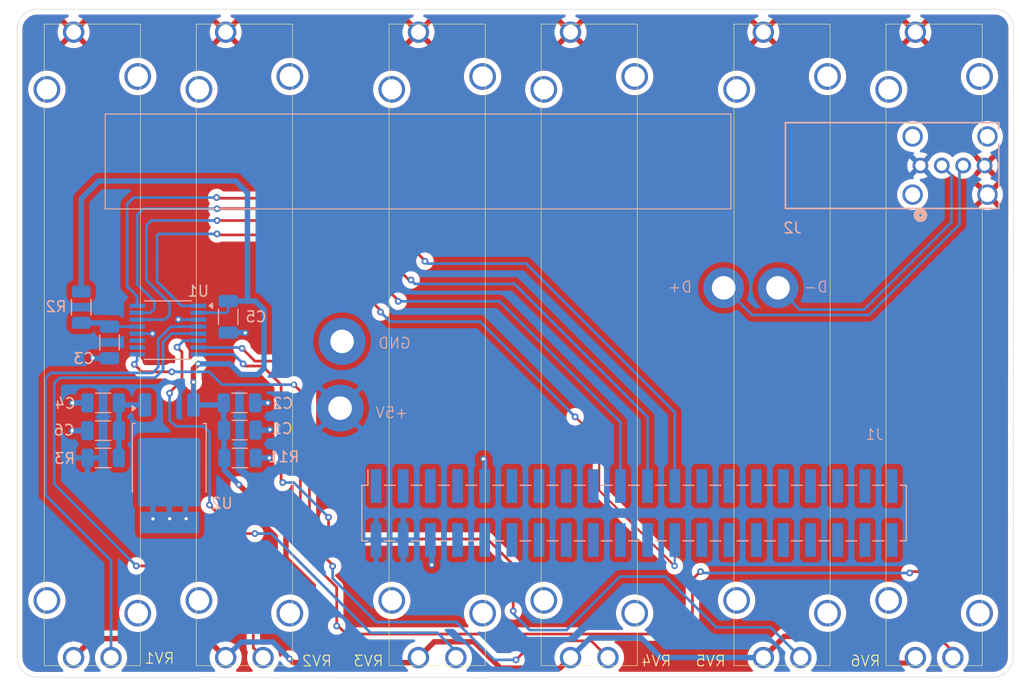
<source format=kicad_pcb>
(kicad_pcb (version 20240108) (generator "pcbnew") (generator_version "8.0")
  (layers (0 "F.Cu" signal) (31 "B.Cu" signal) (34 "B.Paste" user) (35 "F.Paste" user) (36 "B.SilkS" user "B.Silkscreen") (37 "F.SilkS" user "F.Silkscreen") (38 "B.Mask" user) (39 "F.Mask" user) (44 "Edge.Cuts" user))
  (net 0 "")
  (net 7 "GND")
  (net 14 "+5V")
  (net 21 "/nCS")
  (net 26 "/SCLK")
  (net 31 "/DIN")
  (net 36 "/DOUT")
  (net 39 "AVDD")
  (net 40 "DVDD")
  (net 41 "Net-(U2-VI)")
  (net 42 "/AIN1")
  (net 43 "/AIN2")
  (net 44 "/AIN3")
  (net 45 "/AIN4")
  (net 46 "/AIN5")
  (net 47 "/AIN6")
  (net 50 "/D-")
  (net 51 "/D+")
  (footprint "RLS_PCBA:PTA1543-2" (layer "F.Cu") (at 168.656 115.824 90)
    (property "Reference" "RV5" (at -29.5656 -6.6802 -0) (layer "F.SilkS") (effects (font (thickness 0.1)) (justify mirror)))
    (property "Value" "PTA4543-2215CPB103")
    (pad "" thru_hole circle (at -25.1 4.25 90) (size 2.5 2.5) (drill 1.9) (layers "*.Cu" "B.Mask"))
    (pad "" thru_hole circle (at -23.9 -4.25 90) (size 2.5 2.5) (drill 1.9) (layers "*.Cu" "B.Mask"))
    (pad "" thru_hole circle (at 23.9 -4.25 90) (size 2.5 2.5) (drill 1.9) (layers "*.Cu" "B.Mask"))
    (pad "" thru_hole circle (at 25.1 4.25 90) (size 2.5 2.5) (drill 1.9) (layers "*.Cu" "B.Mask"))
    (pad "1" thru_hole circle (at -29.25 -1.75 90) (size 2 2) (drill 1.4) (layers "*.Cu" "B.Mask") (net 39 "AVDD"))
    (pad "2" thru_hole circle (at -29.25 1.75 90) (size 2 2) (drill 1.4) (layers "*.Cu" "B.Mask") (net 46 "/AIN5"))
    (pad "3" thru_hole circle (at 29.25 -1.75 90) (size 2 2) (drill 1.4) (layers "*.Cu" "B.Mask") (net 7 "GND"))
  )
  (footprint "RLS_PCBA:PTA1543-2" (layer "F.Cu") (at 136.398 115.824 90)
    (property "Reference" "RV3" (at -29.5656 -6.4262 -0) (layer "F.SilkS") (effects (font (thickness 0.1)) (justify mirror)))
    (property "Value" "PTA4543-2215CPB103")
    (pad "" thru_hole circle (at -25.1 4.25 90) (size 2.5 2.5) (drill 1.9) (layers "*.Cu" "B.Mask"))
    (pad "" thru_hole circle (at -23.9 -4.25 90) (size 2.5 2.5) (drill 1.9) (layers "*.Cu" "B.Mask"))
    (pad "" thru_hole circle (at 23.9 -4.25 90) (size 2.5 2.5) (drill 1.9) (layers "*.Cu" "B.Mask"))
    (pad "" thru_hole circle (at 25.1 4.25 90) (size 2.5 2.5) (drill 1.9) (layers "*.Cu" "B.Mask"))
    (pad "1" thru_hole circle (at -29.25 -1.75 90) (size 2 2) (drill 1.4) (layers "*.Cu" "B.Mask") (net 39 "AVDD"))
    (pad "2" thru_hole circle (at -29.25 1.75 90) (size 2 2) (drill 1.4) (layers "*.Cu" "B.Mask") (net 44 "/AIN3"))
    (pad "3" thru_hole circle (at 29.25 -1.75 90) (size 2 2) (drill 1.4) (layers "*.Cu" "B.Mask") (net 7 "GND"))
  )
  (footprint "RLS_PCBA:PTA1543-2" (layer "F.Cu") (at 118.364 115.824 90)
    (property "Reference" "RV2" (at -29.5656 6.7818 -0) (layer "F.SilkS") (effects (font (thickness 0.1)) (justify mirror)))
    (property "Value" "PTA4543-2215CPB103")
    (pad "" thru_hole circle (at -25.1 4.25 90) (size 2.5 2.5) (drill 1.9) (layers "*.Cu" "B.Mask"))
    (pad "" thru_hole circle (at -23.9 -4.25 90) (size 2.5 2.5) (drill 1.9) (layers "*.Cu" "B.Mask"))
    (pad "" thru_hole circle (at 23.9 -4.25 90) (size 2.5 2.5) (drill 1.9) (layers "*.Cu" "B.Mask"))
    (pad "" thru_hole circle (at 25.1 4.25 90) (size 2.5 2.5) (drill 1.9) (layers "*.Cu" "B.Mask"))
    (pad "1" thru_hole circle (at -29.25 -1.75 90) (size 2 2) (drill 1.4) (layers "*.Cu" "B.Mask") (net 39 "AVDD"))
    (pad "2" thru_hole circle (at -29.25 1.75 90) (size 2 2) (drill 1.4) (layers "*.Cu" "B.Mask") (net 43 "/AIN2"))
    (pad "3" thru_hole circle (at 29.25 -1.75 90) (size 2 2) (drill 1.4) (layers "*.Cu" "B.Mask") (net 7 "GND"))
  )
  (footprint "RLS_PCBA:PTA1543-2" (layer "F.Cu") (at 150.622 115.824 90)
    (property "Reference" "RV4" (at -29.5656 6.2738 -0) (layer "F.SilkS") (effects (font (thickness 0.1)) (justify mirror)))
    (property "Value" "PTA4543-2215CPB103")
    (pad "" thru_hole circle (at -25.1 4.25 90) (size 2.5 2.5) (drill 1.9) (layers "*.Cu" "B.Mask"))
    (pad "" thru_hole circle (at -23.9 -4.25 90) (size 2.5 2.5) (drill 1.9) (layers "*.Cu" "B.Mask"))
    (pad "" thru_hole circle (at 23.9 -4.25 90) (size 2.5 2.5) (drill 1.9) (layers "*.Cu" "B.Mask"))
    (pad "" thru_hole circle (at 25.1 4.25 90) (size 2.5 2.5) (drill 1.9) (layers "*.Cu" "B.Mask"))
    (pad "1" thru_hole circle (at -29.25 -1.75 90) (size 2 2) (drill 1.4) (layers "*.Cu" "B.Mask") (net 39 "AVDD"))
    (pad "2" thru_hole circle (at -29.25 1.75 90) (size 2 2) (drill 1.4) (layers "*.Cu" "B.Mask") (net 45 "/AIN4"))
    (pad "3" thru_hole circle (at 29.25 -1.75 90) (size 2 2) (drill 1.4) (layers "*.Cu" "B.Mask") (net 7 "GND"))
  )
  (footprint "RLS_PCBA:PTA1543-2" (layer "F.Cu") (at 104.14 115.824 90)
    (property "Reference" "RV1" (at -29.3116 6.2738 -0) (layer "F.SilkS") (effects (font (thickness 0.1)) (justify mirror)))
    (property "Value" "PTA4543-2215CPB103")
    (pad "" thru_hole circle (at -25.1 4.25 90) (size 2.5 2.5) (drill 1.9) (layers "*.Cu" "B.Mask"))
    (pad "" thru_hole circle (at -23.9 -4.25 90) (size 2.5 2.5) (drill 1.9) (layers "*.Cu" "B.Mask"))
    (pad "" thru_hole circle (at 23.9 -4.25 90) (size 2.5 2.5) (drill 1.9) (layers "*.Cu" "B.Mask"))
    (pad "" thru_hole circle (at 25.1 4.25 90) (size 2.5 2.5) (drill 1.9) (layers "*.Cu" "B.Mask"))
    (pad "1" thru_hole circle (at -29.25 -1.75 90) (size 2 2) (drill 1.4) (layers "*.Cu" "B.Mask") (net 39 "AVDD"))
    (pad "2" thru_hole circle (at -29.25 1.75 90) (size 2 2) (drill 1.4) (layers "*.Cu" "B.Mask") (net 42 "/AIN1"))
    (pad "3" thru_hole circle (at 29.25 -1.75 90) (size 2 2) (drill 1.4) (layers "*.Cu" "B.Mask") (net 7 "GND"))
  )
  (footprint "RLS_PCBA:PTA1543-2" (layer "F.Cu") (at 182.88 115.824 90)
    (property "Reference" "RV6" (at -29.5656 -6.4262 -0) (layer "F.SilkS") (effects (font (thickness 0.1)) (justify mirror)))
    (property "Value" "PTA4543-2215CPB103")
    (pad "" thru_hole circle (at -25.1 4.25 90) (size 2.5 2.5) (drill 1.9) (layers "*.Cu" "B.Mask"))
    (pad "" thru_hole circle (at -23.9 -4.25 90) (size 2.5 2.5) (drill 1.9) (layers "*.Cu" "B.Mask"))
    (pad "" thru_hole circle (at 23.9 -4.25 90) (size 2.5 2.5) (drill 1.9) (layers "*.Cu" "B.Mask"))
    (pad "" thru_hole circle (at 25.1 4.25 90) (size 2.5 2.5) (drill 1.9) (layers "*.Cu" "B.Mask"))
    (pad "1" thru_hole circle (at -29.25 -1.75 90) (size 2 2) (drill 1.4) (layers "*.Cu" "B.Mask") (net 39 "AVDD"))
    (pad "2" thru_hole circle (at -29.25 1.75 90) (size 2 2) (drill 1.4) (layers "*.Cu" "B.Mask") (net 47 "/AIN6"))
    (pad "3" thru_hole circle (at 29.25 -1.75 90) (size 2 2) (drill 1.4) (layers "*.Cu" "B.Mask") (net 7 "GND"))
  )
  (footprint "Resistor_SMD:R_1206_3216Metric" (layer "B.Cu") (at 117.95 126.4 180)
    (property "Reference" "R11" (at -4.1 0.1 0) (layer "B.SilkS") (effects (justify mirror)))
    (property "Value" "1k")
    (pad "1" smd roundrect (at -1.4625 0 180) (size 1.125 1.75) (layers "B.Cu" "B.Paste" "B.Mask") (roundrect_rratio 0.222222) (net 7 "GND"))
    (pad "2" smd roundrect (at 1.4625 0 180) (size 1.125 1.75) (layers "B.Cu" "B.Paste" "B.Mask") (roundrect_rratio 0.222222) (net 39 "AVDD"))
  )
  (footprint "MountingHole:MountingHole_2.2mm_M2_DIN965_Pad_TopOnly" (layer "B.Cu") (at 163.195 110.49 180)
    (property "Reference" "H4" (hide yes))
    (property "Value" "MountingHole_Pad")
    (pad "1" thru_hole circle (at 0 0 180) (size 2.6 2.6) (drill 2.2) (layers "*.Cu" "*.Mask") (net 51 "/D+"))
    (pad "1" connect circle (at 0 0 180) (size 3.8 3.8) (layers "B.Cu" "B.Mask") (net 51 "/D+"))
  )
  (footprint "Package_TO_SOT_SMD:TO-252-2" (layer "B.Cu") (at 111.3355 126.484 -90)
    (property "Reference" "U2" (at 4.16 -4.9325 0) (layer "B.SilkS") (effects (justify mirror)))
    (property "Value" "LP2950-3.3_TO252")
    (pad "1" smd roundrect (at -5.04 2.28 270) (size 2.2 1.2) (layers "B.Cu" "B.Paste" "B.Mask") (roundrect_rratio 0.208333) (net 41 "Net-(U2-VI)"))
    (pad "2" smd roundrect (at -0.415 -1.525 270) (size 3.05 2.75) (layers "B.Cu" "B.Paste") (roundrect_rratio 0.090909) (net 7 "GND"))
    (pad "2" smd roundrect (at -0.415 1.525 270) (size 3.05 2.75) (layers "B.Cu" "B.Paste") (roundrect_rratio 0.090909) (net 7 "GND"))
    (pad "2" smd roundrect (at 1.26 0 270) (size 6.4 5.8) (layers "B.Cu" "B.Mask") (roundrect_rratio 0.043103) (net 7 "GND"))
    (pad "2" smd roundrect (at 2.935 -1.525 270) (size 3.05 2.75) (layers "B.Cu" "B.Paste") (roundrect_rratio 0.090909) (net 7 "GND"))
    (pad "2" smd roundrect (at 2.935 1.525 270) (size 3.05 2.75) (layers "B.Cu" "B.Paste") (roundrect_rratio 0.090909) (net 7 "GND"))
    (pad "3" smd roundrect (at -5.04 -2.28 270) (size 2.2 1.2) (layers "B.Cu" "B.Paste" "B.Mask") (roundrect_rratio 0.208333) (net 39 "AVDD"))
  )
  (footprint "Capacitor_SMD:C_1206_3216Metric" (layer "B.Cu") (at 105.15 121.25 180)
    (property "Reference" "C4" (at 3.55 -0.05 0) (layer "B.SilkS") (effects (justify mirror)))
    (property "Value" "100nF")
    (pad "1" smd roundrect (at -1.475 0 180) (size 1.15 1.8) (layers "B.Cu" "B.Paste" "B.Mask") (roundrect_rratio 0.217391) (net 41 "Net-(U2-VI)"))
    (pad "2" smd roundrect (at 1.475 0 180) (size 1.15 1.8) (layers "B.Cu" "B.Paste" "B.Mask") (roundrect_rratio 0.217391) (net 7 "GND"))
  )
  (footprint "MountingHole:MountingHole_2.2mm_M2_Pad_TopOnly" (layer "B.Cu") (at 127.31669 121.743124 -90)
    (property "Reference" "H1" (hide yes))
    (property "Value" "MountingHole_Pad")
    (pad "1" thru_hole circle (at 0 0 270) (size 2.6 2.6) (drill 2.2) (layers "*.Cu" "*.Mask") (net 14 "+5V"))
    (pad "1" connect circle (at 0 0 270) (size 4.4 4.4) (layers "B.Cu" "B.Mask") (net 14 "+5V"))
  )
  (footprint "Resistor_SMD:R_1206_3216Metric" (layer "B.Cu") (at 105.15 126.4 180)
    (property "Reference" "R3" (at 3.6 -0.05 0) (layer "B.SilkS") (effects (justify mirror)))
    (property "Value" "0")
    (pad "1" smd roundrect (at -1.4625 0 180) (size 1.125 1.75) (layers "B.Cu" "B.Paste" "B.Mask") (roundrect_rratio 0.222222) (net 41 "Net-(U2-VI)"))
    (pad "2" smd roundrect (at 1.4625 0 180) (size 1.125 1.75) (layers "B.Cu" "B.Paste" "B.Mask") (roundrect_rratio 0.222222) (net 14 "+5V"))
  )
  (footprint "Resistor_SMD:R_1206_3216Metric" (layer "B.Cu") (at 103.1 112.3 90)
    (property "Reference" "R2" (at 0.05 -2.35 180) (layer "B.SilkS") (effects (justify mirror)))
    (property "Value" "100")
    (pad "1" smd roundrect (at -1.4625 0 90) (size 1.125 1.75) (layers "B.Cu" "B.Paste" "B.Mask") (roundrect_rratio 0.222222) (net 40 "DVDD"))
    (pad "2" smd roundrect (at 1.4625 0 90) (size 1.125 1.75) (layers "B.Cu" "B.Paste" "B.Mask") (roundrect_rratio 0.222222) (net 39 "AVDD"))
  )
  (footprint "MountingHole:MountingHole_2.2mm_M2_Pad_TopOnly" (layer "B.Cu") (at 127.5 115.5 -90)
    (property "Reference" "H2" (hide yes))
    (property "Value" "MountingHole_Pad")
    (pad "1" thru_hole circle (at 0 0 270) (size 2.6 2.6) (drill 2.2) (layers "*.Cu" "*.Mask") (net 7 "GND"))
    (pad "1" connect circle (at 0 0 270) (size 4.4 4.4) (layers "B.Cu" "B.Mask") (net 7 "GND"))
  )
  (footprint "Capacitor_SMD:C_1206_3216Metric" (layer "B.Cu") (at 117.9 121.25)
    (property "Reference" "C2" (at 4.05 0.05 0) (layer "B.SilkS") (effects (justify mirror)))
    (property "Value" "100nF")
    (pad "1" smd roundrect (at -1.475 0) (size 1.15 1.8) (layers "B.Cu" "B.Paste" "B.Mask") (roundrect_rratio 0.217391) (net 39 "AVDD"))
    (pad "2" smd roundrect (at 1.475 0) (size 1.15 1.8) (layers "B.Cu" "B.Paste" "B.Mask") (roundrect_rratio 0.217391) (net 7 "GND"))
  )
  (footprint "RLS_PCBA:Connector_PinHeader_2.54mmPinHeader_2x20_P2.54mm_Vertical_SMD_RPI_Zero" (layer "B.Cu") (at 154.48 131.657 -90)
    (property "Reference" "J1" (at -7.451 -22.812 0) (layer "B.SilkS") (effects (font (thickness 0.1)) (justify mirror)))
    (property "Value" "Conn_02x20_Counter_Clockwise")
    (pad "1" smd rect (at -2.625 23.8 270) (size 3.15 1) (layers "B.Cu" "B.Paste" "B.Mask"))
    (pad "2" smd rect (at 2.425 23.8 270) (size 3.15 1) (layers "B.Cu" "B.Paste" "B.Mask") (net 14 "+5V"))
    (pad "3" smd rect (at -2.625 21.26 270) (size 3.15 1) (layers "B.Cu" "B.Paste" "B.Mask"))
    (pad "4" smd rect (at 2.425 21.26 270) (size 3.15 1) (layers "B.Cu" "B.Paste" "B.Mask") (net 14 "+5V"))
    (pad "5" smd rect (at -2.625 18.72 270) (size 3.15 1) (layers "B.Cu" "B.Paste" "B.Mask"))
    (pad "6" smd rect (at 2.425 18.72 270) (size 3.15 1) (layers "B.Cu" "B.Paste" "B.Mask") (net 7 "GND"))
    (pad "7" smd rect (at -2.625 16.18 270) (size 3.15 1) (layers "B.Cu" "B.Paste" "B.Mask"))
    (pad "8" smd rect (at 2.425 16.18 270) (size 3.15 1) (layers "B.Cu" "B.Paste" "B.Mask"))
    (pad "9" smd rect (at -2.625 13.64 270) (size 3.15 1) (layers "B.Cu" "B.Paste" "B.Mask") (net 7 "GND"))
    (pad "10" smd rect (at 2.425 13.64 270) (size 3.15 1) (layers "B.Cu" "B.Paste" "B.Mask"))
    (pad "11" smd rect (at -2.625 11.1 270) (size 3.15 1) (layers "B.Cu" "B.Paste" "B.Mask"))
    (pad "12" smd rect (at 2.425 11.1 270) (size 3.15 1) (layers "B.Cu" "B.Paste" "B.Mask"))
    (pad "13" smd rect (at -2.625 8.56 270) (size 3.15 1) (layers "B.Cu" "B.Paste" "B.Mask"))
    (pad "14" smd rect (at 2.425 8.56 270) (size 3.15 1) (layers "B.Cu" "B.Paste" "B.Mask"))
    (pad "15" smd rect (at -2.625 6.02 270) (size 3.15 1) (layers "B.Cu" "B.Paste" "B.Mask"))
    (pad "16" smd rect (at 2.425 6.02 270) (size 3.15 1) (layers "B.Cu" "B.Paste" "B.Mask"))
    (pad "17" smd rect (at -2.625 3.48 270) (size 3.15 1) (layers "B.Cu" "B.Paste" "B.Mask"))
    (pad "18" smd rect (at 2.425 3.48 270) (size 3.15 1) (layers "B.Cu" "B.Paste" "B.Mask"))
    (pad "19" smd rect (at -2.625 0.94 270) (size 3.15 1) (layers "B.Cu" "B.Paste" "B.Mask") (net 31 "/DIN"))
    (pad "20" smd rect (at 2.425 0.94 270) (size 3.15 1) (layers "B.Cu" "B.Paste" "B.Mask"))
    (pad "21" smd rect (at -2.625 -1.6 270) (size 3.15 1) (layers "B.Cu" "B.Paste" "B.Mask") (net 36 "/DOUT"))
    (pad "22" smd rect (at 2.425 -1.6 270) (size 3.15 1) (layers "B.Cu" "B.Paste" "B.Mask"))
    (pad "23" smd rect (at -2.625 -4.14 270) (size 3.15 1) (layers "B.Cu" "B.Paste" "B.Mask") (net 26 "/SCLK"))
    (pad "24" smd rect (at 2.425 -4.14 270) (size 3.15 1) (layers "B.Cu" "B.Paste" "B.Mask") (net 21 "/nCS"))
    (pad "25" smd rect (at -2.625 -6.68 270) (size 3.15 1) (layers "B.Cu" "B.Paste" "B.Mask"))
    (pad "26" smd rect (at 2.425 -6.68 270) (size 3.15 1) (layers "B.Cu" "B.Paste" "B.Mask"))
    (pad "27" smd rect (at -2.625 -9.22 270) (size 3.15 1) (layers "B.Cu" "B.Paste" "B.Mask"))
    (pad "28" smd rect (at 2.425 -9.22 270) (size 3.15 1) (layers "B.Cu" "B.Paste" "B.Mask"))
    (pad "29" smd rect (at -2.625 -11.76 270) (size 3.15 1) (layers "B.Cu" "B.Paste" "B.Mask"))
    (pad "30" smd rect (at 2.425 -11.76 270) (size 3.15 1) (layers "B.Cu" "B.Paste" "B.Mask"))
    (pad "31" smd rect (at -2.625 -14.3 270) (size 3.15 1) (layers "B.Cu" "B.Paste" "B.Mask"))
    (pad "32" smd rect (at 2.425 -14.3 270) (size 3.15 1) (layers "B.Cu" "B.Paste" "B.Mask"))
    (pad "33" smd rect (at -2.625 -16.84 270) (size 3.15 1) (layers "B.Cu" "B.Paste" "B.Mask"))
    (pad "34" smd rect (at 2.425 -16.84 270) (size 3.15 1) (layers "B.Cu" "B.Paste" "B.Mask"))
    (pad "35" smd rect (at -2.625 -19.38 270) (size 3.15 1) (layers "B.Cu" "B.Paste" "B.Mask"))
    (pad "36" smd rect (at 2.425 -19.38 270) (size 3.15 1) (layers "B.Cu" "B.Paste" "B.Mask"))
    (pad "37" smd rect (at -2.625 -21.92 270) (size 3.15 1) (layers "B.Cu" "B.Paste" "B.Mask"))
    (pad "38" smd rect (at 2.425 -21.92 270) (size 3.15 1) (layers "B.Cu" "B.Paste" "B.Mask"))
    (pad "39" smd rect (at -2.625 -24.46 270) (size 3.15 1) (layers "B.Cu" "B.Paste" "B.Mask"))
    (pad "40" smd rect (at 2.425 -24.46 270) (size 3.15 1) (layers "B.Cu" "B.Paste" "B.Mask"))
  )
  (footprint "Capacitor_SMD:C_1206_3216Metric" (layer "B.Cu") (at 105.15 123.85 180)
    (property "Reference" "C6" (at 3.65 0.05 0) (layer "B.SilkS") (effects (justify mirror)))
    (property "Value" "2.2uF")
    (pad "1" smd roundrect (at -1.475 0 180) (size 1.15 1.8) (layers "B.Cu" "B.Paste" "B.Mask") (roundrect_rratio 0.217391) (net 41 "Net-(U2-VI)"))
    (pad "2" smd roundrect (at 1.475 0 180) (size 1.15 1.8) (layers "B.Cu" "B.Paste" "B.Mask") (roundrect_rratio 0.217391) (net 7 "GND"))
  )
  (footprint "Capacitor_SMD:C_1206_3216Metric" (layer "B.Cu") (at 105.75 115.6 -90)
    (property "Reference" "C3" (at 1.5 2.4 0) (layer "B.SilkS") (effects (justify mirror)))
    (property "Value" "1uF")
    (pad "1" smd roundrect (at -1.475 0 270) (size 1.15 1.8) (layers "B.Cu" "B.Paste" "B.Mask") (roundrect_rratio 0.217391) (net 40 "DVDD"))
    (pad "2" smd roundrect (at 1.475 0 270) (size 1.15 1.8) (layers "B.Cu" "B.Paste" "B.Mask") (roundrect_rratio 0.217391) (net 7 "GND"))
  )
  (footprint "Capacitor_SMD:C_1206_3216Metric" (layer "B.Cu") (at 116.85 113.2 -90)
    (property "Reference" "C5" (at 0 -2.6 0) (layer "B.SilkS") (effects (justify mirror)))
    (property "Value" "100nF")
    (pad "1" smd roundrect (at -1.475 0 270) (size 1.15 1.8) (layers "B.Cu" "B.Paste" "B.Mask") (roundrect_rratio 0.217391) (net 39 "AVDD"))
    (pad "2" smd roundrect (at 1.475 0 270) (size 1.15 1.8) (layers "B.Cu" "B.Paste" "B.Mask") (roundrect_rratio 0.217391) (net 7 "GND"))
  )
  (footprint "Package_SO:TSSOP-16_4.4x5mm_P0.65mm" (layer "B.Cu") (at 111.193 114.444 180)
    (property "Reference" "U1" (at -2.857 3.644 180) (layer "B.SilkS") (effects (justify mirror)))
    (property "Value" "~")
    (pad "1" smd roundrect (at -2.8625 2.275 180) (size 1.475 0.4) (layers "B.Cu" "B.Paste" "B.Mask") (net 21 "/nCS"))
    (pad "2" smd roundrect (at -2.8625 1.625 180) (size 1.475 0.4) (layers "B.Cu" "B.Paste" "B.Mask") (net 39 "AVDD"))
    (pad "3" smd roundrect (at -2.8625 0.975 180) (size 1.475 0.4) (layers "B.Cu" "B.Paste" "B.Mask") (net 7 "GND"))
    (pad "4" smd roundrect (at -2.8625 0.325 180) (size 1.475 0.4) (layers "B.Cu" "B.Paste" "B.Mask") (net 42 "/AIN1"))
    (pad "5" smd roundrect (at -2.8625 -0.325 180) (size 1.475 0.4) (layers "B.Cu" "B.Paste" "B.Mask") (net 43 "/AIN2"))
    (pad "6" smd roundrect (at -2.8625 -0.975 180) (size 1.475 0.4) (layers "B.Cu" "B.Paste" "B.Mask") (net 44 "/AIN3"))
    (pad "7" smd roundrect (at -2.8625 -1.625 180) (size 1.475 0.4) (layers "B.Cu" "B.Paste" "B.Mask") (net 45 "/AIN4"))
    (pad "8" smd roundrect (at -2.8625 -2.275 180) (size 1.475 0.4) (layers "B.Cu" "B.Paste" "B.Mask") (net 46 "/AIN5"))
    (pad "9" smd roundrect (at 2.8625 -2.275 180) (size 1.475 0.4) (layers "B.Cu" "B.Paste" "B.Mask") (net 47 "/AIN6"))
    (pad "10" smd roundrect (at 2.8625 -1.625 180) (size 1.475 0.4) (layers "B.Cu" "B.Paste" "B.Mask"))
    (pad "11" smd roundrect (at 2.8625 -0.975 180) (size 1.475 0.4) (layers "B.Cu" "B.Paste" "B.Mask"))
    (pad "12" smd roundrect (at 2.8625 -0.325 180) (size 1.475 0.4) (layers "B.Cu" "B.Paste" "B.Mask") (net 7 "GND"))
    (pad "13" smd roundrect (at 2.8625 0.325 180) (size 1.475 0.4) (layers "B.Cu" "B.Paste" "B.Mask") (net 40 "DVDD"))
    (pad "14" smd roundrect (at 2.8625 0.975 180) (size 1.475 0.4) (layers "B.Cu" "B.Paste" "B.Mask") (net 31 "/DIN"))
    (pad "15" smd roundrect (at 2.8625 1.625 180) (size 1.475 0.4) (layers "B.Cu" "B.Paste" "B.Mask") (net 36 "/DOUT"))
    (pad "16" smd roundrect (at 2.8625 2.275 180) (size 1.475 0.4) (layers "B.Cu" "B.Paste" "B.Mask") (net 26 "/SCLK"))
  )
  (footprint "MountingHole:MountingHole_2.2mm_M2_DIN965_Pad_TopOnly" (layer "B.Cu") (at 168.275 110.49 180)
    (property "Reference" "H3" (hide yes))
    (property "Value" "MountingHole_Pad")
    (pad "1" thru_hole circle (at 0 0 180) (size 2.6 2.6) (drill 2.2) (layers "*.Cu" "*.Mask") (net 50 "/D-"))
    (pad "1" connect circle (at 0 0 180) (size 3.8 3.8) (layers "B.Cu" "B.Mask") (net 50 "/D-"))
  )
  (footprint "RLS_PCBA:CONN_73725-0110BLF_AMP" (layer "B.Cu") (at 181.6 99.05 90)
    (property "Reference" "J2" (at -5.842 -11.970001 0) (layer "B.SilkS") (effects (justify mirror)))
    (property "Value" "USB_A")
    (pad "1" thru_hole circle (at 0 0 90) (size 1.4732 1.4732) (drill 0.9652) (layers "*.Cu" "*.Mask") (net 14 "+5V"))
    (pad "2" thru_hole circle (at 0 1.999999 90) (size 1.4732 1.4732) (drill 0.9652) (layers "*.Cu" "*.Mask") (net 50 "/D-"))
    (pad "3" thru_hole circle (at 0 4 90) (size 1.4732 1.4732) (drill 0.9652) (layers "*.Cu" "*.Mask") (net 51 "/D+"))
    (pad "4" thru_hole circle (at 0 5.999998 90) (size 1.4732 1.4732) (drill 0.9652) (layers "*.Cu" "*.Mask") (net 7 "GND"))
    (pad "5" thru_hole circle (at -2.72 6.27 90) (size 1.905 1.905) (drill 1.397) (layers "*.Cu" "*.Mask") (net 7 "GND"))
    (pad "6" thru_hole circle (at 2.72 6.27 90) (size 1.905 1.905) (drill 1.397) (layers "*.Cu" "*.Mask"))
    (pad "7" thru_hole circle (at -2.72 -0.730001 90) (size 1.905 1.905) (drill 1.397) (layers "*.Cu" "*.Mask"))
    (pad "8" thru_hole circle (at 2.72 -0.730001 90) (size 1.905 1.905) (drill 1.397) (layers "*.Cu" "*.Mask"))
  )
  (footprint "Capacitor_SMD:C_1206_3216Metric" (layer "B.Cu") (at 117.925 123.8)
    (property "Reference" "C1" (at 3.975 -0.15 0) (layer "B.SilkS") (effects (justify mirror)))
    (property "Value" "2.2uF")
    (pad "1" smd roundrect (at -1.475 0) (size 1.15 1.8) (layers "B.Cu" "B.Paste" "B.Mask") (roundrect_rratio 0.217391) (net 39 "AVDD"))
    (pad "2" smd roundrect (at 1.475 0) (size 1.15 1.8) (layers "B.Cu" "B.Paste" "B.Mask") (roundrect_rratio 0.217391) (net 7 "GND"))
  )
  (gr_line (start 163.875 103.109) (end 160.475 103.109) (stroke (width 0.1)) (layer "B.SilkS"))
  (gr_line (start 163.875 94.234) (end 160.35 94.234) (stroke (width 0.1)) (layer "B.SilkS"))
  (gr_line (start 160.475 103.109) (end 120.475 103.109) (stroke (width 0.1)) (layer "B.SilkS"))
  (gr_line (start 120.35 94.234) (end 105.35 94.234) (stroke (width 0.1)) (layer "B.SilkS"))
  (gr_line (start 160.35 94.234) (end 120.35 94.234) (stroke (width 0.1)) (layer "B.SilkS"))
  (gr_line (start 163.875 94.234) (end 163.875 103.109) (stroke (width 0.1)) (layer "B.SilkS"))
  (gr_line (start 120.475 103.109) (end 105.35 103.109) (stroke (width 0.1)) (layer "B.SilkS"))
  (gr_line (start 105.35 94.234) (end 105.35 103.109) (stroke (width 0.1)) (layer "B.SilkS"))
  (gr_line (start 98.9838 84.4296) (end 188.549033 84.4296) (stroke (width 0.05)) (layer "Edge.Cuts"))
  (gr_arc (start 188.549033 84.4296) (mid 189.799023 84.947377) (end 190.3168 86.197367) (stroke (width 0.05)) (layer "Edge.Cuts"))
  (gr_line (start 188.3918 146.903367) (end 98.9838 146.9136) (stroke (width 0.05)) (layer "Edge.Cuts"))
  (gr_line (start 190.2768 145.018369) (end 190.3168 86.197367) (stroke (width 0.05)) (layer "Edge.Cuts"))
  (gr_line (start 97.0988 86.314598) (end 97.0988 145.028602) (stroke (width 0.05)) (layer "Edge.Cuts"))
  (gr_arc (start 190.2768 145.018369) (mid 189.724672 146.351221) (end 188.3918 146.903367) (stroke (width 0.05)) (layer "Edge.Cuts"))
  (gr_arc (start 98.9838 146.9136) (mid 97.650904 146.361497) (end 97.0988 145.028602) (stroke (width 0.05)) (layer "Edge.Cuts"))
  (gr_arc (start 97.0988 86.314598) (mid 97.650904 84.981703) (end 98.9838 84.4296) (stroke (width 0.05)) (layer "Edge.Cuts"))
  (gr_text "+5V\n" (at 133.75 122.75 0) (layer "B.SilkS") (effects (font (size 1 1) (thickness 0.1)) (justify left bottom mirror)))
  (gr_text "D-" (at 173 110.998 0) (layer "B.SilkS") (effects (font (size 1 1) (thickness 0.1)) (justify left bottom mirror)))
  (gr_text "GND" (at 134 116.25 0) (layer "B.SilkS") (effects (font (size 1 1) (thickness 0.1)) (justify left bottom mirror)))
  (gr_text "D+" (at 160.3 110.998 0) (layer "B.SilkS") (effects (font (size 1 1) (thickness 0.1)) (justify left bottom mirror)))
  (via (at 120.55 121.25) (size 0.635) (drill 0.3048) (layers "F.Cu" "B.Cu") (net 7))
  (via (at 140.716 126.492) (size 0.635) (drill 0.3048) (layers "F.Cu" "B.Cu") (net 7))
  (via (at 104.2 117.05) (size 0.635) (drill 0.3048) (layers "F.Cu" "B.Cu") (net 7))
  (via (at 102.25 121.25) (size 0.635) (drill 0.3048) (layers "F.Cu" "B.Cu") (net 7))
  (via (at 118.45 114.7) (size 0.635) (drill 0.3048) (layers "F.Cu" "B.Cu") (net 7))
  (via (at 120.75 123.75) (size 0.635) (drill 0.3048) (layers "F.Cu" "B.Cu") (net 7))
  (via (at 109.78012 114.774828) (size 0.635) (drill 0.3048) (layers "F.Cu" "B.Cu") (net 7))
  (via (at 135.89 136.398) (size 0.635) (drill 0.3048) (layers "F.Cu" "B.Cu") (net 7))
  (via (at 102.25 123.85) (size 0.635) (drill 0.3048) (layers "F.Cu" "B.Cu") (net 7))
  (via (at 112.193 113.444) (size 0.635) (drill 0.3048) (layers "F.Cu" "B.Cu") (net 7))
  (via (at 109.805397 132.102415) (size 0.635) (drill 0.3048) (layers "F.Cu" "B.Cu") (net 7))
  (via (at 112.915269 132.083681) (size 0.635) (drill 0.3048) (layers "F.Cu" "B.Cu") (net 7))
  (via (at 120.7 126.4) (size 0.635) (drill 0.3048) (layers "F.Cu" "B.Cu") (net 7))
  (via (at 111.379538 132.081545) (size 0.635) (drill 0.3048) (layers "F.Cu" "B.Cu") (net 7))
  (segment (start 135.89 136.398) (end 135.89 135.555) (width 0.508) (layer "B.Cu") (net 7))
  (segment (start 112.218 113.469) (end 112.193 113.444) (width 0.254) (layer "B.Cu") (net 7))
  (segment (start 114.0555 113.469) (end 112.218 113.469) (width 0.254) (layer "B.Cu") (net 7))
  (segment (start 119.4 123.8) (end 120.7 123.8) (width 0.508) (layer "B.Cu") (net 7))
  (segment (start 140.716 126.492) (end 140.84 126.616) (width 0.508) (layer "B.Cu") (net 7))
  (segment (start 105.75 117.075) (end 104.225 117.075) (width 0.508) (layer "B.Cu") (net 7))
  (segment (start 119.425 126.4) (end 120.7 126.4) (width 0.508) (layer "B.Cu") (net 7))
  (segment (start 104.225 117.075) (end 104.2 117.05) (width 0.508) (layer "B.Cu") (net 7))
  (segment (start 103.675 123.85) (end 102.25 123.85) (width 0.508) (layer "B.Cu") (net 7))
  (segment (start 140.84 126.616) (end 140.84 130.375) (width 0.508) (layer "B.Cu") (net 7))
  (segment (start 135.89 135.555) (end 135.76 135.425) (width 0.508) (layer "B.Cu") (net 7))
  (segment (start 108.336328 114.774828) (end 108.3305 114.769) (width 0.254) (layer "B.Cu") (net 7))
  (segment (start 118.425 114.675) (end 118.45 114.7) (width 0.508) (layer "B.Cu") (net 7))
  (segment (start 103.675 121.25) (end 102.25 121.25) (width 0.508) (layer "B.Cu") (net 7))
  (segment (start 109.78012 114.774828) (end 108.336328 114.774828) (width 0.254) (layer "B.Cu") (net 7))
  (segment (start 120.55 121.25) (end 119.375 121.25) (width 0.508) (layer "B.Cu") (net 7))
  (segment (start 120.7 123.8) (end 120.75 123.75) (width 0.508) (layer "B.Cu") (net 7))
  (segment (start 116.85 114.675) (end 118.425 114.675) (width 0.508) (layer "B.Cu") (net 7))
  (segment (start 181.298601 98.5266) (end 181.324001 98.552) (width 0.254) (layer "B.Cu") (net 14))
  (segment (start 181.136951 98.5266) (end 181.298601 98.5266) (width 0.254) (layer "B.Cu") (net 14))
  (segment (start 181.25 98.639649) (end 181.136951 98.5266) (width 0.254) (layer "B.Cu") (net 14))
  (segment (start 124.037 105.537) (end 115.8985 105.537) (width 0.254) (layer "F.Cu") (net 21))
  (segment (start 151.55 129.45) (end 158.6 136.5) (width 0.2) (layer "F.Cu") (net 21))
  (segment (start 131.1 112.75) (end 131.1 112.6) (width 0.254) (layer "F.Cu") (net 21))
  (segment (start 151.55 124.8) (end 151.55 129.45) (width 0.2) (layer "F.Cu") (net 21))
  (segment (start 115.8985 105.537) (end 115.8055 105.444) (width 0.254) (layer "F.Cu") (net 21))
  (segment (start 149.3 122.55) (end 151.55 124.8) (width 0.2) (layer "F.Cu") (net 21))
  (segment (start 131.1 112.6) (end 124.037 105.537) (width 0.254) (layer "F.Cu") (net 21))
  (via (at 131.1 112.75) (size 0.635) (drill 0.3048) (layers "F.Cu" "B.Cu") (net 21))
  (via (at 115.8055 105.444) (size 0.635) (drill 0.3048) (layers "F.Cu" "B.Cu") (net 21))
  (via (at 158.6 136.5) (size 0.6) (drill 0.3) (layers "F.Cu" "B.Cu") (net 21))
  (via (at 149.3 122.55) (size 0.635) (drill 0.3048) (layers "F.Cu" "B.Cu") (net 21))
  (segment (start 140.4 113.65) (end 149.3 122.55) (width 0.254) (layer "B.Cu") (net 21))
  (segment (start 112.474839 112.169) (end 114.0555 112.169) (width 0.254) (layer "B.Cu") (net 21))
  (segment (start 158.6 136.5) (end 158.62 136.48) (width 0.2) (layer "B.Cu") (net 21))
  (segment (start 110.368 105.444) (end 115.8055 105.444) (width 0.254) (layer "B.Cu") (net 21))
  (segment (start 110.193 109.887161) (end 112.474839 112.169) (width 0.254) (layer "B.Cu") (net 21))
  (segment (start 131.1 112.75) (end 132 113.65) (width 0.254) (layer "B.Cu") (net 21))
  (segment (start 110.193 105.619) (end 110.368 105.444) (width 0.254) (layer "B.Cu") (net 21))
  (segment (start 158.62 136.48) (end 158.62 134.082) (width 0.2) (layer "B.Cu") (net 21))
  (segment (start 110.193 108.269) (end 110.193 109.887161) (width 0.254) (layer "B.Cu") (net 21))
  (segment (start 132 113.65) (end 140.4 113.65) (width 0.254) (layer "B.Cu") (net 21))
  (segment (start 110.193 108.269) (end 110.193 105.619) (width 0.254) (layer "B.Cu") (net 21))
  (segment (start 115.832 102.108) (end 115.768 102.044) (width 0.254) (layer "F.Cu") (net 26))
  (segment (start 135.25 107.95) (end 129.408 102.108) (width 0.254) (layer "F.Cu") (net 26))
  (segment (start 129.408 102.108) (end 115.832 102.108) (width 0.254) (layer "F.Cu") (net 26))
  (segment (start 135.25 108) (end 135.25 107.95) (width 0.254) (layer "F.Cu") (net 26))
  (via (at 135.25 108) (size 0.635) (drill 0.3048) (layers "F.Cu" "B.Cu") (net 26))
  (via (at 115.768 102.044) (size 0.635) (drill 0.3048) (layers "F.Cu" "B.Cu") (net 26))
  (segment (start 108.3305 111.2805) (end 107.4 110.35) (width 0.254) (layer "B.Cu") (net 26))
  (segment (start 107.4 110.35) (end 107.4 102.65) (width 0.254) (layer "B.Cu") (net 26))
  (segment (start 135.25 108) (end 135.475 108.225) (width 0.254) (layer "B.Cu") (net 26))
  (segment (start 108.006 102.044) (end 115.768 102.044) (width 0.254) (layer "B.Cu") (net 26))
  (segment (start 108.3305 112.169) (end 108.3305 111.2805) (width 0.254) (layer "B.Cu") (net 26))
  (segment (start 107.4 102.65) (end 108.006 102.044) (width 0.254) (layer "B.Cu") (net 26))
  (segment (start 135.475 108.225) (end 144.725 108.225) (width 0.254) (layer "B.Cu") (net 26))
  (segment (start 144.725 108.225) (end 158.62 122.12) (width 0.254) (layer "B.Cu") (net 26))
  (segment (start 158.62 122.12) (end 158.62 129.032) (width 0.254) (layer "B.Cu") (net 26))
  (segment (start 132.75 111.668) (end 132.75 111.75) (width 0.254) (layer "F.Cu") (net 31))
  (segment (start 125.276 104.194) (end 132.75 111.668) (width 0.254) (layer "F.Cu") (net 31))
  (segment (start 115.8055 104.194) (end 125.276 104.194) (width 0.254) (layer "F.Cu") (net 31))
  (via (at 132.75 111.75) (size 0.635) (drill 0.3048) (layers "F.Cu" "B.Cu") (net 31))
  (via (at 115.8055 104.194) (size 0.635) (drill 0.3048) (layers "F.Cu" "B.Cu") (net 31))
  (segment (start 111.368 111.944) (end 111.368 113.019) (width 0.254) (layer "B.Cu") (net 31))
  (segment (start 109.656 104.194) (end 109.2 104.65) (width 0.254) (layer "B.Cu") (net 31))
  (segment (start 110.918 113.469) (end 108.3305 113.469) (width 0.254) (layer "B.Cu") (net 31))
  (segment (start 153.54 123.06) (end 153.54 129.032) (width 0.254) (layer "B.Cu") (net 31))
  (segment (start 111.368 113.019) (end 110.918 113.469) (width 0.254) (layer "B.Cu") (net 31))
  (segment (start 132.75 111.75) (end 142.23 111.75) (width 0.254) (layer "B.Cu") (net 31))
  (segment (start 115.8055 104.194) (end 109.656 104.194) (width 0.254) (layer "B.Cu") (net 31))
  (segment (start 109.2 104.65) (end 109.2 109.776) (width 0.254) (layer "B.Cu") (net 31))
  (segment (start 142.23 111.75) (end 153.54 123.06) (width 0.254) (layer "B.Cu") (net 31))
  (segment (start 109.2 109.776) (end 111.368 111.944) (width 0.254) (layer "B.Cu") (net 31))
  (segment (start 133.95 109.75) (end 133.75 109.75) (width 0.254) (layer "F.Cu") (net 36))
  (segment (start 127.0885 103.0885) (end 115.8055 103.0885) (width 0.254) (layer "F.Cu") (net 36))
  (segment (start 133.75 109.75) (end 127.0885 103.0885) (width 0.254) (layer "F.Cu") (net 36))
  (via (at 133.95 109.75) (size 0.635) (drill 0.3048) (layers "F.Cu" "B.Cu") (net 36))
  (via (at 115.8055 103.0885) (size 0.635) (drill 0.3048) (layers "F.Cu" "B.Cu") (net 36))
  (segment (start 108.35 103.65) (end 108.9115 103.0885) (width 0.254) (layer "B.Cu") (net 36))
  (segment (start 134.325 110.125) (end 143.625 110.125) (width 0.254) (layer "B.Cu") (net 36))
  (segment (start 133.95 109.75) (end 134.325 110.125) (width 0.254) (layer "B.Cu") (net 36))
  (segment (start 108.3305 112.819) (end 109.568 112.819) (width 0.254) (layer "B.Cu") (net 36))
  (segment (start 143.625 110.125) (end 156.08 122.58) (width 0.254) (layer "B.Cu") (net 36))
  (segment (start 108.9115 103.0885) (end 115.8055 103.0885) (width 0.254) (layer "B.Cu") (net 36))
  (segment (start 109.568 112.819) (end 109.943 112.444) (width 0.254) (layer "B.Cu") (net 36))
  (segment (start 108.35 110.15) (end 108.35 103.65) (width 0.254) (layer "B.Cu") (net 36))
  (segment (start 109.943 112.444) (end 109.943 111.743) (width 0.254) (layer "B.Cu") (net 36))
  (segment (start 109.943 111.743) (end 108.35 110.15) (width 0.254) (layer "B.Cu") (net 36))
  (segment (start 156.08 122.58) (end 156.08 129.032) (width 0.254) (layer "B.Cu") (net 36))
  (segment (start 134.648 145.074) (end 136.122 143.6) (width 0.508) (layer "F.Cu") (net 39))
  (segment (start 113.6 119.3) (end 113.6 118.05) (width 0.508) (layer "F.Cu") (net 39))
  (segment (start 122.95 145.55) (end 124.9 145.55) (width 0.508) (layer "F.Cu") (net 39))
  (segment (start 113.6 118.05) (end 114.05 117.6) (width 0.508) (layer "F.Cu") (net 39))
  (segment (start 117.85 128.9) (end 122.25 133.3) (width 0.508) (layer "F.Cu") (net 39))
  (segment (start 174.05 145.6) (end 180.604 145.6) (width 0.508) (layer "F.Cu") (net 39))
  (segment (start 142.3095 146.0595) (end 147.8865 146.0595) (width 0.508) (layer "F.Cu") (net 39))
  (segment (start 180.604 145.6) (end 181.13 145.074) (width 0.508) (layer "F.Cu") (net 39))
  (segment (start 136.122 143.6) (end 139.85 143.6) (width 0.508) (layer "F.Cu") (net 39))
  (segment (start 114.84 143.3) (end 104.164 143.3) (width 0.508) (layer "F.Cu") (net 39))
  (segment (start 134.172 145.55) (end 134.648 145.074) (width 0.508) (layer "F.Cu") (net 39))
  (segment (start 168.85 143.1) (end 171.55 143.1) (width 0.508) (layer "F.Cu") (net 39))
  (segment (start 104.164 143.3) (end 102.39 145.074) (width 0.508) (layer "F.Cu") (net 39))
  (segment (start 124.8 145.45) (end 124.9 145.55) (width 0.508) (layer "F.Cu") (net 39))
  (segment (start 116.614 145.074) (end 114.84 143.3) (width 0.508) (layer "F.Cu") (net 39))
  (segment (start 122.25 135.8) (end 124.8 138.35) (width 0.508) (layer "F.Cu") (net 39))
  (segment (start 122.6 145.2) (end 122.95 145.55) (width 0.508) (layer "F.Cu") (net 39))
  (segment (start 139.85 143.6) (end 142.3095 146.0595) (width 0.508) (layer "F.Cu") (net 39))
  (segment (start 171.55 143.1) (end 174.05 145.6) (width 0.508) (layer "F.Cu") (net 39))
  (segment (start 166.906 145.074) (end 168.85 143.13) (width 0.508) (layer "F.Cu") (net 39))
  (segment (start 122.25 133.3) (end 122.25 135.8) (width 0.508) (layer "F.Cu") (net 39))
  (segment (start 124.8 138.35) (end 124.8 145.45) (width 0.508) (layer "F.Cu") (net 39))
  (segment (start 124.9 145.55) (end 134.172 145.55) (width 0.508) (layer "F.Cu") (net 39))
  (segment (start 147.8865 146.0595) (end 148.872 145.074) (width 0.508) (layer "F.Cu") (net 39))
  (segment (start 168.85 143.13) (end 168.85 143.1) (width 0.508) (layer "F.Cu") (net 39))
  (via (at 122.6 145.2) (size 0.6) (drill 0.3) (layers "F.Cu" "B.Cu") (net 39))
  (via (at 117.85 128.9) (size 0.6) (drill 0.3) (layers "F.Cu" "B.Cu") (net 39))
  (via (at 113.6 119.3) (size 0.6) (drill 0.3) (layers "F.Cu" "B.Cu") (net 39))
  (via (at 114.05 117.6) (size 0.6) (drill 0.3) (layers "F.Cu" "B.Cu") (net 39))
  (segment (start 121.02 143.62) (end 118.068 143.62) (width 0.508) (layer "B.Cu") (net 39))
  (segment (start 122.6 145.2) (end 121.02 143.62) (width 0.508) (layer "B.Cu") (net 39))
  (segment (start 103.1 102.15) (end 103.1 110.825) (width 0.508) (layer "B.Cu") (net 39))
  (segment (start 116.475 126.4) (end 116.475 127.525) (width 0.508) (layer "B.Cu") (net 39))
  (segment (start 113.6155 121.444) (end 113.6155 119.3155) (width 0.508) (layer "B.Cu") (net 39))
  (segment (start 116.475 127.525) (end 117.85 128.9) (width 0.508) (layer "B.Cu") (net 39))
  (segment (start 120.2 118) (end 120.2 112.55) (width 0.508) (layer "B.Cu") (net 39))
  (segment (start 116.85 112.65) (end 116.85 111.725) (width 0.254) (layer "B.Cu") (net 39))
  (segment (start 116.681 112.819) (end 116.85 112.65) (width 0.254) (layer "B.Cu") (net 39))
  (segment (start 114.0555 112.819) (end 116.681 112.819) (width 0.254) (layer "B.Cu") (net 39))
  (segment (start 116.425 121.25) (end 116.425 123.775) (width 0.508) (layer "B.Cu") (net 39))
  (segment (start 113.6155 119.3155) (end 113.6 119.3) (width 0.508) (layer "B.Cu") (net 39))
  (segment (start 116.231 121.444) (end 116.425 121.25) (width 0.508) (layer "B.Cu") (net 39))
  (segment (start 118.068 143.62) (end 116.614 145.074) (width 0.508) (layer "B.Cu") (net 39))
  (segment (start 117.55 100.5) (end 104.75 100.5) (width 0.508) (layer "B.Cu") (net 39))
  (segment (start 118.65 101.6) (end 117.55 100.5) (width 0.508) (layer "B.Cu") (net 39))
  (segment (start 119.375 111.725) (end 118.65 111.725) (width 0.508) (layer "B.Cu") (net 39))
  (segment (start 104.75 100.5) (end 103.1 102.15) (width 0.508) (layer "B.Cu") (net 39))
  (segment (start 150.696 143.25) (end 155.5 143.25) (width 0.508) (layer "B.Cu") (net 39))
  (segment (start 119.6 118.6) (end 120.2 118) (width 0.508) (layer "B.Cu") (net 39))
  (segment (start 118.65 111.725) (end 116.85 111.725) (width 0.508) (layer "B.Cu") (net 39))
  (segment (start 148.872 145.074) (end 150.696 143.25) (width 0.508) (layer "B.Cu") (net 39))
  (segment (start 157.324 145.074) (end 166.906 145.074) (width 0.508) (layer "B.Cu") (net 39))
  (segment (start 114.05 117.6) (end 117 117.6) (width 0.508) (layer "B.Cu") (net 39))
  (segment (start 116.45 126.375) (end 116.475 126.4) (width 0.508) (layer "B.Cu") (net 39))
  (segment (start 116.45 123.8) (end 116.45 126.375) (width 0.508) (layer "B.Cu") (net 39))
  (segment (start 113.6155 121.444) (end 116.231 121.444) (width 0.508) (layer "B.Cu") (net 39))
  (segment (start 118.65 111.725) (end 118.65 101.6) (width 0.508) (layer "B.Cu") (net 39))
  (segment (start 120.2 112.55) (end 119.375 111.725) (width 0.508) (layer "B.Cu") (net 39))
  (segment (start 118 118.6) (end 119.6 118.6) (width 0.508) (layer "B.Cu") (net 39))
  (segment (start 155.5 143.25) (end 157.324 145.074) (width 0.508) (layer "B.Cu") (net 39))
  (segment (start 117 117.6) (end 118 118.6) (width 0.508) (layer "B.Cu") (net 39))
  (segment (start 116.425 123.775) (end 116.45 123.8) (width 0.508) (layer "B.Cu") (net 39))
  (segment (start 103.1 113.775) (end 105.4 113.775) (width 0.508) (layer "B.Cu") (net 40))
  (segment (start 106.568 114.119) (end 108.3305 114.119) (width 0.254) (layer "B.Cu") (net 40))
  (segment (start 106.193 114.494) (end 106.568 114.119) (width 0.254) (layer "B.Cu") (net 40))
  (segment (start 105.4 113.775) (end 105.75 114.125) (width 0.508) (layer "B.Cu") (net 40))
  (segment (start 106.625 121.25) (end 106.625 123.85) (width 0.508) (layer "B.Cu") (net 41))
  (segment (start 106.625 123.85) (end 106.625 126.4) (width 0.508) (layer "B.Cu") (net 41))
  (segment (start 106.819 121.444) (end 106.625 121.25) (width 0.508) (layer "B.Cu") (net 41))
  (segment (start 109.0555 121.444) (end 106.819 121.444) (width 0.508) (layer "B.Cu") (net 41))
  (segment (start 105.89 135.989) (end 99.75 129.849) (width 0.254) (layer "B.Cu") (net 42))
  (segment (start 99.75 118.944) (end 100.25 118.444) (width 0.254) (layer "B.Cu") (net 42))
  (segment (start 105.89 145.074) (end 105.89 135.989) (width 0.254) (layer "B.Cu") (net 42))
  (segment (start 100.25 118.444) (end 109.768 118.444) (width 0.254) (layer "B.Cu") (net 42))
  (segment (start 99.75 129.849) (end 99.75 118.944) (width 0.254) (layer "B.Cu") (net 42))
  (segment (start 105.4582 145.7344) (end 105.4582 145.5058) (width 0.254) (layer "B.Cu") (net 42))
  (segment (start 109.768 118.444) (end 110.3055 117.9065) (width 0.254) (layer "B.Cu") (net 42))
  (segment (start 110.3055 117.9065) (end 110.3055 115.3065) (width 0.254) (layer "B.Cu") (net 42))
  (segment (start 110.3055 115.3065) (end 111.493 114.119) (width 0.254) (layer "B.Cu") (net 42))
  (segment (start 111.493 114.119) (end 114.0555 114.119) (width 0.254) (layer "B.Cu") (net 42))
  (segment (start 105.4582 145.5058) (end 105.89 145.074) (width 0.254) (layer "B.Cu") (net 42))
  (segment (start 118 136.5) (end 108.25 136.5) (width 0.254) (layer "F.Cu") (net 43))
  (segment (start 120.114 145.074) (end 119.2 144.16) (width 0.254) (layer "F.Cu") (net 43))
  (segment (start 119.2 144.16) (end 119.2 137.7) (width 0.254) (layer "F.Cu") (net 43))
  (segment (start 119.2 137.7) (end 118 136.5) (width 0.254) (layer "F.Cu") (net 43))
  (via (at 108.25 136.5) (size 0.635) (drill 0.3048) (layers "F.Cu" "B.Cu") (net 43))
  (segment (start 110.7595 115.5525) (end 111.543 114.769) (width 0.254) (layer "B.Cu") (net 43))
  (segment (start 108.25 136.5) (end 100.584 128.834) (width 0.254) (layer "B.Cu") (net 43))
  (segment (start 100.584 128.834) (end 100.584 119.416) (width 0.254) (layer "B.Cu") (net 43))
  (segment (start 110.014 118.898) (end 110.7595 118.1525) (width 0.254) (layer "B.Cu") (net 43))
  (segment (start 110.7595 118.1525) (end 110.7595 115.5525) (width 0.254) (layer "B.Cu") (net 43))
  (segment (start 101.102 118.898) (end 110.014 118.898) (width 0.254) (layer "B.Cu") (net 43))
  (segment (start 111.543 114.769) (end 114.0555 114.769) (width 0.254) (layer "B.Cu") (net 43))
  (segment (start 100.584 119.416) (end 101.102 118.898) (width 0.254) (layer "B.Cu") (net 43))
  (segment (start 111.368 120.344) (end 111.368 120.28) (width 0.254) (layer "F.Cu") (net 44))
  (segment (start 112.522 116.498) (end 112.068 116.044) (width 0.254) (layer "F.Cu") (net 44))
  (segment (start 117.777 133.477) (end 115.1 130.8) (width 0.254) (layer "F.Cu") (net 44))
  (segment (start 111.368 120.28) (end 112.522 119.126) (width 0.254) (layer "F.Cu") (net 44))
  (segment (start 112.522 119.126) (end 112.522 116.498) (width 0.254) (layer "F.Cu") (net 44))
  (segment (start 119.35 133.477) (end 117.777 133.477) (width 0.254) (layer "F.Cu") (net 44))
  (via (at 112.068 116.044) (size 0.635) (drill 0.3048) (layers "F.Cu" "B.Cu") (net 44))
  (via (at 115.1 130.8) (size 0.635) (drill 0.3048) (layers "F.Cu" "B.Cu") (net 44))
  (via (at 111.368 120.344) (size 0.635) (drill 0.3048) (layers "F.Cu" "B.Cu") (net 44))
  (via (at 119.35 133.477) (size 0.635) (drill 0.3048) (layers "F.Cu" "B.Cu") (net 44))
  (segment (start 114.568 123.444) (end 111.944 123.444) (width 0.254) (layer "B.Cu") (net 44))
  (segment (start 111.944 123.444) (end 111.368 122.868) (width 0.254) (layer "B.Cu") (net 44))
  (segment (start 115.1 123.976) (end 114.568 123.444) (width 0.254) (layer "B.Cu") (net 44))
  (segment (start 112.693 115.419) (end 114.0555 115.419) (width 0.254) (layer "B.Cu") (net 44))
  (segment (start 112.068 116.044) (end 112.693 115.419) (width 0.254) (layer "B.Cu") (net 44))
  (segment (start 136.412 142.75) (end 138.148 144.486) (width 0.254) (layer "B.Cu") (net 44))
  (segment (start 119.35 133.477) (end 120.877 133.477) (width 0.254) (layer "B.Cu") (net 44))
  (segment (start 111.368 122.868) (end 111.368 120.344) (width 0.254) (layer "B.Cu") (net 44))
  (segment (start 130.15 142.75) (end 136.412 142.75) (width 0.254) (layer "B.Cu") (net 44))
  (segment (start 138.148 144.486) (end 138.148 145.074) (width 0.254) (layer "B.Cu") (net 44))
  (segment (start 115.1 130.8) (end 115.1 123.976) (width 0.254) (layer "B.Cu") (net 44))
  (segment (start 120.877 133.477) (end 130.15 142.75) (width 0.254) (layer "B.Cu") (net 44))
  (segment (start 138.148 145.3026) (end 137.7162 145.7344) (width 0.254) (layer "B.Cu") (net 44))
  (segment (start 138.148 145.074) (end 138.148 145.3026) (width 0.254) (layer "B.Cu") (net 44))
  (segment (start 124.45 134.25) (end 126.619 136.419) (width 0.254) (layer "F.Cu") (net 45))
  (segment (start 145.542 143.51) (end 150.808 143.51) (width 0.254) (layer "F.Cu") (net 45))
  (segment (start 126.619 136.419) (end 126.619 136.525) (width 0.254) (layer "F.Cu") (net 45))
  (segment (start 119.35 117.35) (end 122.159 117.35) (width 0.254) (layer "F.Cu") (net 45))
  (segment (start 124.45 119.641) (end 124.45 134.25) (width 0.254) (layer "F.Cu") (net 45))
  (segment (start 150.808 143.51) (end 152.372 145.074) (width 0.254) (layer "F.Cu") (net 45))
  (segment (start 143.764 145.288) (end 145.542 143.51) (width 0.254) (layer "F.Cu") (net 45))
  (segment (start 118.15 116.15) (end 119.35 117.35) (width 0.254) (layer "F.Cu") (net 45))
  (segment (start 122.159 117.35) (end 124.45 119.641) (width 0.254) (layer "F.Cu") (net 45))
  (via (at 126.619 136.525) (size 0.635) (drill 0.3048) (layers "F.Cu" "B.Cu") (net 45))
  (via (at 143.764 145.288) (size 0.635) (drill 0.3048) (layers "F.Cu" "B.Cu") (net 45))
  (via (at 118.15 116.15) (size 0.635) (drill 0.3048) (layers "F.Cu" "B.Cu") (net 45))
  (segment (start 126.619 137.668) (end 130.701 141.75) (width 0.254) (layer "B.Cu") (net 45))
  (segment (start 130.701 141.75) (end 138.194 141.75) (width 0.254) (layer "B.Cu") (net 45))
  (segment (start 118.15 116.15) (end 118.069 116.069) (width 0.254) (layer "B.Cu") (net 45))
  (segment (start 126.619 136.525) (end 126.619 137.668) (width 0.254) (layer "B.Cu") (net 45))
  (segment (start 141.732 145.288) (end 143.764 145.288) (width 0.254) (layer "B.Cu") (net 45))
  (segment (start 138.194 141.75) (end 141.732 145.288) (width 0.254) (layer "B.Cu") (net 45))
  (segment (start 118.069 116.069) (end 114.0555 116.069) (width 0.254) (layer "B.Cu") (net 45))
  (segment (start 143.51 140.716) (end 143.51 136.398) (width 0.254) (layer "F.Cu") (net 46))
  (segment (start 120.054 117.804) (end 121.8 119.55) (width 0.254) (layer "F.Cu") (net 46))
  (segment (start 127.0635 133.985) (end 126.238 133.1595) (width 0.254) (layer "F.Cu") (net 46))
  (segment (start 121.8 119.55) (end 121.8 128.55) (width 0.254) (layer "F.Cu") (net 46))
  (segment (start 118.25 117.6) (end 118.454 117.804) (width 0.254) (layer "F.Cu") (net 46))
  (segment (start 118.454 117.804) (end 120.054 117.804) (width 0.254) (layer "F.Cu") (net 46))
  (segment (start 121.8 128.55) (end 121.95 128.7) (width 0.254) (layer "F.Cu") (net 46))
  (segment (start 141.097 133.985) (end 127.0635 133.985) (width 0.254) (layer "F.Cu") (net 46))
  (segment (start 126.238 133.1595) (end 126.238 131.953) (width 0.254) (layer "F.Cu") (net 46))
  (segment (start 143.51 136.398) (end 141.097 133.985) (width 0.254) (layer "F.Cu") (net 46))
  (via (at 121.95 128.7) (size 0.635) (drill 0.3048) (layers "F.Cu" "B.Cu") (net 46))
  (via (at 143.51 140.716) (size 0.635) (drill 0.3048) (layers "F.Cu" "B.Cu") (net 46))
  (via (at 126.238 131.953) (size 0.635) (drill 0.3048) (layers "F.Cu" "B.Cu") (net 46))
  (via (at 118.25 117.6) (size 0.635) (drill 0.3048) (layers "F.Cu" "B.Cu") (net 46))
  (segment (start 122.985 128.7) (end 126.238 131.953) (width 0.254) (layer "B.Cu") (net 46))
  (segment (start 157.75 137.5) (end 162.5 142.25) (width 0.254) (layer "B.Cu") (net 46))
  (segment (start 145.045 142.5) (end 148.5 142.5) (width 0.254) (layer "B.Cu") (net 46))
  (segment (start 153.5 137.5) (end 157.75 137.5) (width 0.254) (layer "B.Cu") (net 46))
  (segment (start 117.369 116.719) (end 114.0555 116.719) (width 0.254) (layer "B.Cu") (net 46))
  (segment (start 148.5 142.5) (end 153.5 137.5) (width 0.254) (layer "B.Cu") (net 46))
  (segment (start 118.25 117.6) (end 117.369 116.719) (width 0.254) (layer "B.Cu") (net 46))
  (segment (start 162.5 142.25) (end 167.582 142.25) (width 0.254) (layer "B.Cu") (net 46))
  (segment (start 167.582 142.25) (end 170.406 145.074) (width 0.254) (layer "B.Cu") (net 46))
  (segment (start 121.95 128.7) (end 122.985 128.7) (width 0.254) (layer "B.Cu") (net 46))
  (segment (start 143.51 140.716) (end 143.51 140.965) (width 0.254) (layer "B.Cu") (net 46))
  (segment (start 143.51 140.965) (end 145.045 142.5) (width 0.254) (layer "B.Cu") (net 46))
  (segment (start 183.769 138.43) (end 182.372 137.033) (width 0.254) (layer "F.Cu") (net 47))
  (segment (start 123.6 135.1) (end 127 138.5) (width 0.254) (layer "F.Cu") (net 47))
  (segment (start 183.769 143.637) (end 183.769 138.43) (width 0.254) (layer "F.Cu") (net 47))
  (segment (start 127 138.5) (end 127 142.113) (width 0.254) (layer "F.Cu") (net 47))
  (segment (start 184.63 144.498) (end 183.769 143.637) (width 0.254) (layer "F.Cu") (net 47))
  (segment (start 123.6 120.15) (end 123.6 135.1) (width 0.254) (layer "F.Cu") (net 47))
  (segment (start 184.63 145.074) (end 184.63 144.498) (width 0.254) (layer "F.Cu") (net 47))
  (segment (start 108.768 118.344) (end 108.068 117.644) (width 0.254) (layer "F.Cu") (net 47))
  (segment (start 127.889 142.875) (end 127.127 142.113) (width 0.254) (layer "F.Cu") (net 47))
  (segment (start 160.274 141.986) (end 159.385 142.875) (width 0.254) (layer "F.Cu") (net 47))
  (segment (start 111.568 118.344) (end 108.768 118.344) (width 0.254) (layer "F.Cu") (net 47))
  (segment (start 182.372 137.033) (end 180.721 137.033) (width 0.254) (layer "F.Cu") (net 47))
  (segment (start 160.993215 137.033) (end 160.274 137.752215) (width 0.254) (layer "F.Cu") (net 47))
  (segment (start 159.385 142.875) (end 127.889 142.875) (width 0.254) (layer "F.Cu") (net 47))
  (segment (start 160.274 137.752215) (end 160.274 141.986) (width 0.254) (layer "F.Cu") (net 47))
  (segment (start 123 119.55) (end 123.6 120.15) (width 0.254) (layer "F.Cu") (net 47))
  (via (at 111.568 118.344) (size 0.635) (drill 0.3048) (layers "F.Cu" "B.Cu") (net 47))
  (via (at 180.594 137.16) (size 0.635) (drill 0.3048) (layers "F.Cu" "B.Cu") (net 47))
  (via (at 108.068 117.644) (size 0.635) (drill 0.3048) (layers "F.Cu" "B.Cu") (net 47))
  (via (at 161.036 137.033) (size 0.635) (drill 0.3048) (layers "F.Cu" "B.Cu") (net 47))
  (via (at 123 119.55) (size 0.6) (drill 0.3) (layers "F.Cu" "B.Cu") (net 47))
  (via (at 127 142.113) (size 0.635) (drill 0.3048) (layers "F.Cu" "B.Cu") (net 47))
  (segment (start 121.694 119.544) (end 116.268 119.544) (width 0.254) (layer "B.Cu") (net 47))
  (segment (start 116.268 119.544) (end 115.068 118.344) (width 0.254) (layer "B.Cu") (net 47))
  (segment (start 115.068 118.344) (end 111.568 118.344) (width 0.254) (layer "B.Cu") (net 47))
  (segment (start 108.3305 117.3065) (end 108.3305 116.719) (width 0.254) (layer "B.Cu") (net 47))
  (segment (start 108.068 117.569) (end 108.3305 117.3065) (width 0.254) (layer "B.Cu") (net 47))
  (segment (start 123 119.55) (end 121.7 119.55) (width 0.254) (layer "B.Cu") (net 47))
  (segment (start 161.163 137.16) (end 161.036 137.033) (width 0.254) (layer "B.Cu") (net 47))
  (segment (start 180.594 137.16) (end 161.163 137.16) (width 0.254) (layer "B.Cu") (net 47))
  (segment (start 121.7 119.55) (end 121.694 119.544) (width 0.254) (layer "B.Cu") (net 47))
  (segment (start 108.068 117.644) (end 108.068 117.569) (width 0.254) (layer "B.Cu") (net 47))
  (segment (start 168.275 110.49) (end 170.307 112.522) (width 0.254) (layer "B.Cu") (net 50))
  (segment (start 170.307 112.522) (end 176.328 112.522) (width 0.254) (layer "B.Cu") (net 50))
  (segment (start 176.328 112.522) (end 184.5 104.35) (width 0.254) (layer "B.Cu") (net 50))
  (segment (start 184.5 104.35) (end 184.5 99.950001) (width 0.254) (layer "B.Cu") (net 50))
  (segment (start 184.5 99.950001) (end 183.599999 99.05) (width 0.254) (layer "B.Cu") (net 50))
  (segment (start 176.784 113.03) (end 185.25 104.564) (width 0.254) (layer "B.Cu") (net 51))
  (segment (start 185.25 104.564) (end 185.25 99.4) (width 0.254) (layer "B.Cu") (net 51))
  (segment (start 163.322 110.49) (end 165.862 113.03) (width 0.254) (layer "B.Cu") (net 51))
  (segment (start 165.862 113.03) (end 176.784 113.03) (width 0.254) (layer "B.Cu") (net 51))
  (segment (start 185.25 99.4) (end 185.6 99.05) (width 0.254) (layer "B.Cu") (net 51))
  (segment (start 163.195 110.49) (end 163.322 110.49) (width 0.254) (layer "B.Cu") (net 51))
  (zone (net 7) (net_name "GND") (layer "F.Cu") (connect_pads (clearance 0.5)) (min_thickness 0.25) (fill yes (thermal_gap 0.5) (thermal_bridge_width 0.5))
    (polygon (pts (xy 191.262 83.566) (xy 191.262 147.946) (xy 95.758 148.082) (xy 95.596 83.566)))
  )
  (zone (net 14) (net_name "+5V") (layer "B.Cu") (priority 2) (connect_pads (clearance 0.5)) (min_thickness 0.25) (fill yes (thermal_gap 0.5) (thermal_bridge_width 0.5))
    (polygon (pts (xy 191.048 83.588) (xy 191.302 148.222) (xy 95.504 148.222) (xy 95.636 83.588)))
  )
  (zone (net 7) (net_name "GND") (layer "B.Cu") (priority 4) (connect_pads (clearance 0.5)) (min_thickness 0.25) (fill yes (thermal_gap 0.5) (thermal_bridge_width 0.5))
    (polygon (pts (xy 114.1155 133.444) (xy 114.1155 128.194) (xy 108.6155 128.194) (xy 108.6155 133.444)))
  )
)
</source>
